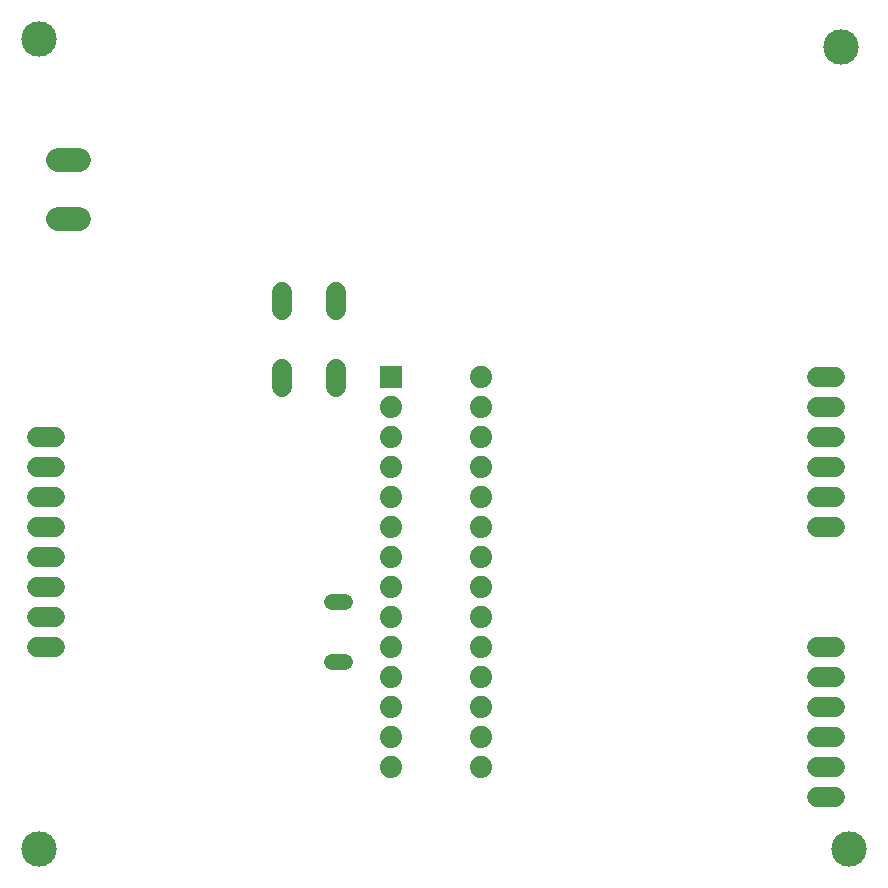
<source format=gbs>
G75*
%MOIN*%
%OFA0B0*%
%FSLAX25Y25*%
%IPPOS*%
%LPD*%
%AMOC8*
5,1,8,0,0,1.08239X$1,22.5*
%
%ADD10C,0.05200*%
%ADD11C,0.06800*%
%ADD12R,0.07400X0.07400*%
%ADD13C,0.07400*%
%ADD14C,0.07850*%
%ADD15C,0.11824*%
D10*
X0113800Y0078500D02*
X0118200Y0078500D01*
X0118200Y0098500D02*
X0113800Y0098500D01*
D11*
X0114900Y0170200D02*
X0114900Y0176200D01*
X0097100Y0176200D02*
X0097100Y0170200D01*
X0097100Y0195800D02*
X0097100Y0201800D01*
X0114900Y0201800D02*
X0114900Y0195800D01*
X0021500Y0153500D02*
X0015500Y0153500D01*
X0015500Y0143500D02*
X0021500Y0143500D01*
X0021500Y0133500D02*
X0015500Y0133500D01*
X0015500Y0123500D02*
X0021500Y0123500D01*
X0021500Y0113500D02*
X0015500Y0113500D01*
X0015500Y0103500D02*
X0021500Y0103500D01*
X0021500Y0093500D02*
X0015500Y0093500D01*
X0015500Y0083500D02*
X0021500Y0083500D01*
X0275500Y0083500D02*
X0281500Y0083500D01*
X0281500Y0073500D02*
X0275500Y0073500D01*
X0275500Y0063500D02*
X0281500Y0063500D01*
X0281500Y0053500D02*
X0275500Y0053500D01*
X0275500Y0043500D02*
X0281500Y0043500D01*
X0281500Y0033500D02*
X0275500Y0033500D01*
X0275500Y0123500D02*
X0281500Y0123500D01*
X0281500Y0133500D02*
X0275500Y0133500D01*
X0275500Y0143500D02*
X0281500Y0143500D01*
X0281500Y0153500D02*
X0275500Y0153500D01*
X0275500Y0163500D02*
X0281500Y0163500D01*
X0281500Y0173500D02*
X0275500Y0173500D01*
D12*
X0133500Y0173500D03*
D13*
X0133500Y0163500D03*
X0133500Y0153500D03*
X0133500Y0143500D03*
X0133500Y0133500D03*
X0133500Y0123500D03*
X0133500Y0113500D03*
X0133500Y0103500D03*
X0133500Y0093500D03*
X0133500Y0083500D03*
X0133500Y0073500D03*
X0133500Y0063500D03*
X0133500Y0053500D03*
X0133500Y0043500D03*
X0163500Y0043500D03*
X0163500Y0053500D03*
X0163500Y0063500D03*
X0163500Y0073500D03*
X0163500Y0083500D03*
X0163500Y0093500D03*
X0163500Y0103500D03*
X0163500Y0113500D03*
X0163500Y0123500D03*
X0163500Y0133500D03*
X0163500Y0143500D03*
X0163500Y0153500D03*
X0163500Y0163500D03*
X0163500Y0173500D03*
D14*
X0029525Y0226157D02*
X0022475Y0226157D01*
X0022475Y0245843D02*
X0029525Y0245843D01*
D15*
X0016000Y0016000D03*
X0283500Y0283500D03*
X0286000Y0016000D03*
X0016000Y0286000D03*
M02*

</source>
